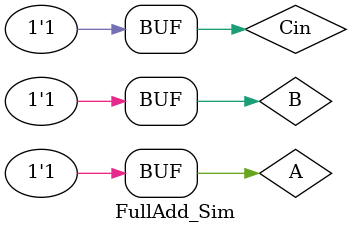
<source format=v>
`timescale 1ns / 1ps
module FullAdd_Sim(
    );
    reg A;
    reg B;
    reg Cin;
    wire Sum;
    wire Cout;

    FullAdd uut(A, B, Cin, Sum, Cout);
    initial begin
        A = 0; B = 0; Cin = 0; #200;
        A = 0; B = 0; Cin = 1; #200;
        A = 0; B = 1; Cin = 0; #200;
        A = 0; B = 1; Cin = 1; #200;
        A = 1; B = 0; Cin = 0; #200;
        A = 1; B = 0; Cin = 1; #200;
        A = 1; B = 1; Cin = 0; #200;
        A = 1; B = 1; Cin = 1; #200;
    end
endmodule
</source>
